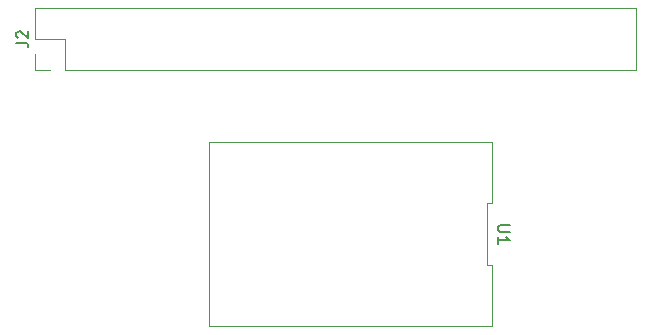
<source format=gbr>
G04 #@! TF.GenerationSoftware,KiCad,Pcbnew,8.0.0*
G04 #@! TF.CreationDate,2024-03-06T16:50:22+00:00*
G04 #@! TF.ProjectId,cyclops,6379636c-6f70-4732-9e6b-696361645f70,rev?*
G04 #@! TF.SameCoordinates,Original*
G04 #@! TF.FileFunction,Legend,Top*
G04 #@! TF.FilePolarity,Positive*
%FSLAX46Y46*%
G04 Gerber Fmt 4.6, Leading zero omitted, Abs format (unit mm)*
G04 Created by KiCad (PCBNEW 8.0.0) date 2024-03-06 16:50:22*
%MOMM*%
%LPD*%
G01*
G04 APERTURE LIST*
%ADD10C,0.150000*%
%ADD11C,0.120000*%
G04 APERTURE END LIST*
D10*
X157132180Y-88646095D02*
X156322657Y-88646095D01*
X156322657Y-88646095D02*
X156227419Y-88693714D01*
X156227419Y-88693714D02*
X156179800Y-88741333D01*
X156179800Y-88741333D02*
X156132180Y-88836571D01*
X156132180Y-88836571D02*
X156132180Y-89027047D01*
X156132180Y-89027047D02*
X156179800Y-89122285D01*
X156179800Y-89122285D02*
X156227419Y-89169904D01*
X156227419Y-89169904D02*
X156322657Y-89217523D01*
X156322657Y-89217523D02*
X157132180Y-89217523D01*
X156132180Y-90217523D02*
X156132180Y-89646095D01*
X156132180Y-89931809D02*
X157132180Y-89931809D01*
X157132180Y-89931809D02*
X156989323Y-89836571D01*
X156989323Y-89836571D02*
X156894085Y-89741333D01*
X156894085Y-89741333D02*
X156846466Y-89646095D01*
X115361819Y-73208334D02*
X116076104Y-73208334D01*
X116076104Y-73208334D02*
X116218961Y-73255953D01*
X116218961Y-73255953D02*
X116314200Y-73351191D01*
X116314200Y-73351191D02*
X116361819Y-73494048D01*
X116361819Y-73494048D02*
X116361819Y-73589286D01*
X115457057Y-72779762D02*
X115409438Y-72732143D01*
X115409438Y-72732143D02*
X115361819Y-72636905D01*
X115361819Y-72636905D02*
X115361819Y-72398810D01*
X115361819Y-72398810D02*
X115409438Y-72303572D01*
X115409438Y-72303572D02*
X115457057Y-72255953D01*
X115457057Y-72255953D02*
X115552295Y-72208334D01*
X115552295Y-72208334D02*
X115647533Y-72208334D01*
X115647533Y-72208334D02*
X115790390Y-72255953D01*
X115790390Y-72255953D02*
X116361819Y-72827381D01*
X116361819Y-72827381D02*
X116361819Y-72208334D01*
X115361819Y-73208334D02*
X116076104Y-73208334D01*
X116076104Y-73208334D02*
X116218961Y-73255953D01*
X116218961Y-73255953D02*
X116314200Y-73351191D01*
X116314200Y-73351191D02*
X116361819Y-73494048D01*
X116361819Y-73494048D02*
X116361819Y-73589286D01*
X115457057Y-72779762D02*
X115409438Y-72732143D01*
X115409438Y-72732143D02*
X115361819Y-72636905D01*
X115361819Y-72636905D02*
X115361819Y-72398810D01*
X115361819Y-72398810D02*
X115409438Y-72303572D01*
X115409438Y-72303572D02*
X115457057Y-72255953D01*
X115457057Y-72255953D02*
X115552295Y-72208334D01*
X115552295Y-72208334D02*
X115647533Y-72208334D01*
X115647533Y-72208334D02*
X115790390Y-72255953D01*
X115790390Y-72255953D02*
X116361819Y-72827381D01*
X116361819Y-72827381D02*
X116361819Y-72208334D01*
D11*
X131687000Y-81608000D02*
X131687000Y-97207999D01*
X131687000Y-97207999D02*
X155587000Y-97208000D01*
X155227000Y-86808001D02*
X155587000Y-86808001D01*
X155227000Y-92008000D02*
X155227000Y-86808001D01*
X155587000Y-81608001D02*
X131687000Y-81608000D01*
X155587000Y-86808001D02*
X155587000Y-81608001D01*
X155587000Y-92008000D02*
X155227000Y-92008000D01*
X155587000Y-97208000D02*
X155587000Y-92008000D01*
X116907000Y-75475001D02*
X116907000Y-74145001D01*
X118237000Y-75475001D02*
X116907000Y-75475001D01*
X119507000Y-75475001D02*
X167827000Y-75475001D01*
X119507000Y-75475001D02*
X119507000Y-72875001D01*
X167827000Y-75475001D02*
X167827000Y-70275001D01*
X116907000Y-72875001D02*
X116907000Y-70275001D01*
X119507000Y-72875001D02*
X116907000Y-72875001D01*
X116907000Y-70275001D02*
X167827000Y-70275001D01*
X167827000Y-75475001D02*
X167827000Y-70275001D01*
X119507000Y-75475001D02*
X167827000Y-75475001D01*
X119507000Y-75475001D02*
X119507000Y-72875001D01*
X119507000Y-72875001D02*
X116907000Y-72875001D01*
X118237000Y-75475001D02*
X116907000Y-75475001D01*
X116907000Y-75475001D02*
X116907000Y-74145001D01*
X116907000Y-72875001D02*
X116907000Y-70275001D01*
X116907000Y-70275001D02*
X167827000Y-70275001D01*
M02*

</source>
